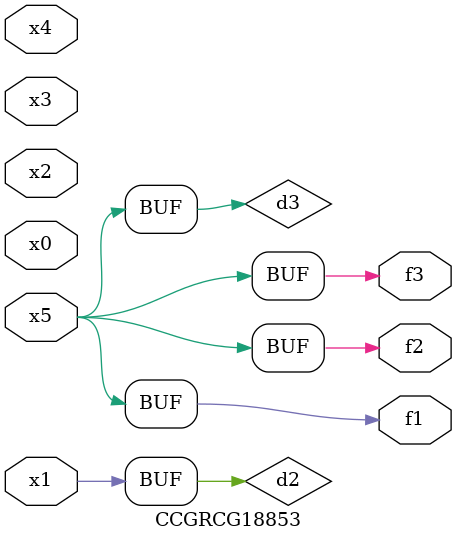
<source format=v>
module CCGRCG18853(
	input x0, x1, x2, x3, x4, x5,
	output f1, f2, f3
);

	wire d1, d2, d3;

	not (d1, x5);
	or (d2, x1);
	xnor (d3, d1);
	assign f1 = d3;
	assign f2 = d3;
	assign f3 = d3;
endmodule

</source>
